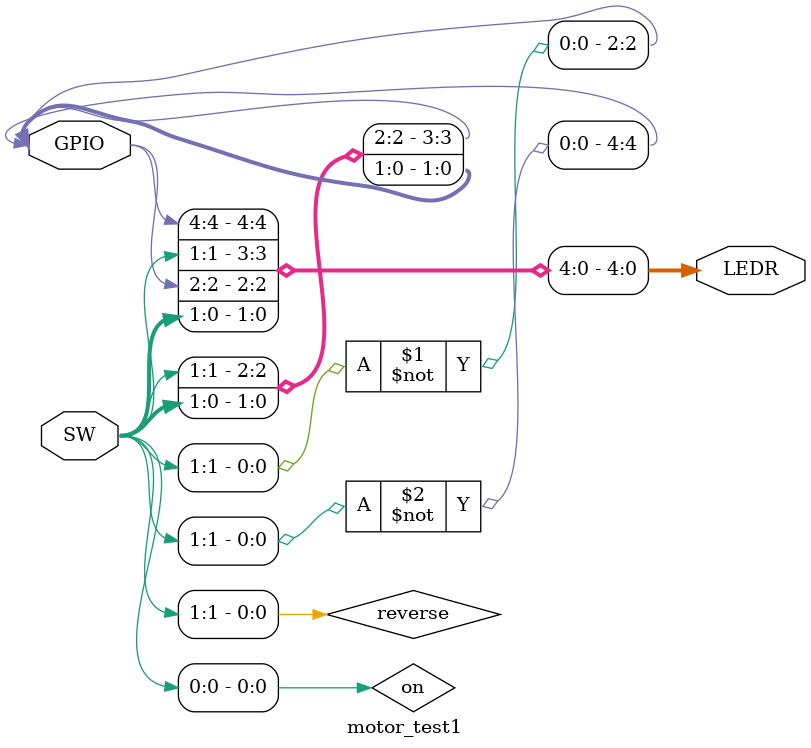
<source format=v>
`timescale 1ns / 1ns // `timescale time_unit/time_precision

module motor_test1(GPIO, SW, LEDR);
	inout [15:0] GPIO;
	input [6:0] SW;
	output [15:0]LEDR;
	
	wire on;
	wire reverse;

	assign GPIO[0] = on;
	assign GPIO[1] = reverse;
	assign GPIO[3] = reverse;
	assign GPIO[2] = ~reverse;
	assign GPIO[4] = ~reverse;

	assign on = SW[0];
	assign reverse = SW[1];

	assign LEDR[4:0] = GPIO[4:0];
	
endmodule


</source>
